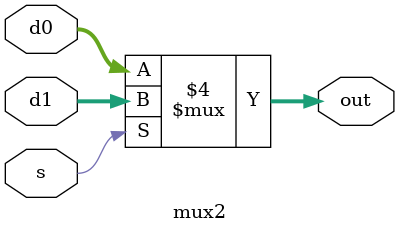
<source format=sv>
module mux2 (d0, d1, s, out);
	
	input logic [31:0] d0;
	input logic [31:0] d1;
	output logic [31:0] out;
	input logic s;
	
	always_comb begin 
		if(s == 1'b0)
			out = d0;
		else
			out = d1;
	end
	
endmodule 
</source>
